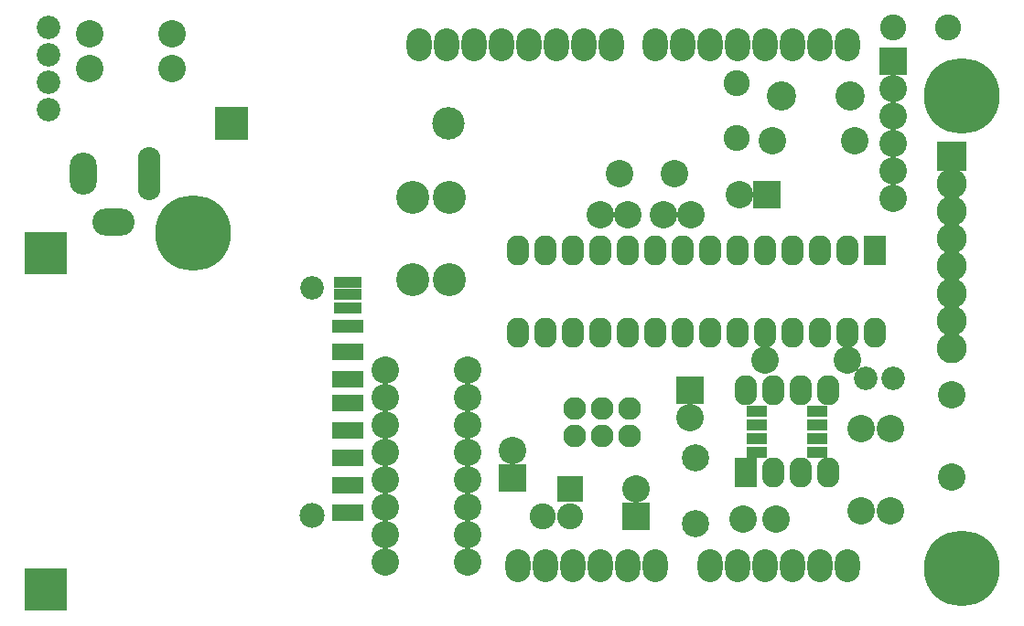
<source format=gts>
G04 #@! TF.FileFunction,Soldermask,Top*
%FSLAX46Y46*%
G04 Gerber Fmt 4.6, Leading zero omitted, Abs format (unit mm)*
G04 Created by KiCad (PCBNEW 4.0.5) date 12/30/18 13:58:42*
%MOMM*%
%LPD*%
G01*
G04 APERTURE LIST*
%ADD10C,0.150000*%
%ADD11R,2.908300X1.508760*%
%ADD12R,2.908300X1.308100*%
%ADD13R,2.598420X0.998220*%
%ADD14C,2.184400*%
%ADD15C,2.308860*%
%ADD16R,4.008120X4.008120*%
%ADD17C,2.540000*%
%ADD18C,2.108200*%
%ADD19O,2.108200X4.907280*%
%ADD20O,2.506980X3.909060*%
%ADD21O,3.909060X2.506980*%
%ADD22C,7.007860*%
%ADD23R,2.506980X2.506980*%
%ADD24C,2.707640*%
%ADD25C,2.506980*%
%ADD26C,3.048000*%
%ADD27R,3.007360X3.007360*%
%ADD28C,3.007360*%
%ADD29R,2.082800X2.794000*%
%ADD30O,2.082800X2.794000*%
%ADD31C,2.413000*%
%ADD32R,2.413000X2.413000*%
%ADD33R,2.794000X2.794000*%
%ADD34C,2.794000*%
%ADD35R,2.540000X2.540000*%
%ADD36R,1.907540X1.107440*%
%ADD37O,2.308860X3.048000*%
G04 APERTURE END LIST*
D10*
D11*
X32766000Y14097000D03*
X32766000Y16637000D03*
X32766000Y19177000D03*
X32766000Y21717000D03*
X32766000Y23876000D03*
X32766000Y26416000D03*
D12*
X32766000Y28829000D03*
D13*
X32766000Y30480000D03*
D11*
X32766000Y11557000D03*
D13*
X32766000Y31750000D03*
D14*
X29464000Y32385000D03*
D15*
X29464000Y11303000D03*
D13*
X32766000Y32893000D03*
D16*
X4826000Y35560000D03*
X4826000Y4445000D03*
D17*
X58674000Y39116000D03*
X56134000Y39116000D03*
D18*
X58801000Y18669000D03*
X58801000Y21209000D03*
X56261000Y18669000D03*
X56261000Y21209000D03*
X53721000Y18669000D03*
X53721000Y21209000D03*
D14*
X5080000Y56515000D03*
X5080000Y53975000D03*
X5080000Y48895000D03*
X5080000Y51435000D03*
D19*
X14351000Y42926000D03*
D20*
X8255000Y42926000D03*
D21*
X11049000Y38481000D03*
D22*
X89535000Y6350000D03*
D23*
X83185000Y53340000D03*
D17*
X83185000Y50800000D03*
X83185000Y48260000D03*
X83185000Y45720000D03*
X83185000Y43180000D03*
X83185000Y40640000D03*
D24*
X72898000Y50165000D03*
X79248000Y50165000D03*
D25*
X64897000Y10541000D03*
X64897000Y16637000D03*
D26*
X42164000Y33147000D03*
X42164000Y40767000D03*
D17*
X72390000Y10922000D03*
X69342000Y10922000D03*
D27*
X21971000Y47625000D03*
D28*
X42037000Y47625000D03*
D29*
X69596000Y15240000D03*
D30*
X72136000Y15240000D03*
X74676000Y15240000D03*
X77216000Y15240000D03*
X77216000Y22860000D03*
X74676000Y22860000D03*
X72136000Y22860000D03*
X69596000Y22860000D03*
D17*
X62992000Y42926000D03*
X57912000Y42926000D03*
D31*
X53340000Y11176000D03*
D32*
X53340000Y13716000D03*
D31*
X50800000Y11176000D03*
D33*
X88646000Y44577000D03*
D34*
X88646000Y42037000D03*
X88646000Y39497000D03*
X88646000Y36957000D03*
X88646000Y34417000D03*
X88646000Y31877000D03*
X88646000Y29337000D03*
X88646000Y26797000D03*
D17*
X43815000Y12065000D03*
X36195000Y12065000D03*
X82931000Y11684000D03*
X82931000Y19304000D03*
X80264000Y11684000D03*
X80264000Y19304000D03*
X72009000Y45974000D03*
X79629000Y45974000D03*
X16510000Y52705000D03*
X8890000Y52705000D03*
X36195000Y6985000D03*
X43815000Y6985000D03*
X78994000Y25654000D03*
X71374000Y25654000D03*
X43815000Y9525000D03*
X36195000Y9525000D03*
X43815000Y19685000D03*
X36195000Y19685000D03*
X36195000Y17145000D03*
X43815000Y17145000D03*
X36195000Y22225000D03*
X43815000Y22225000D03*
X88646000Y14859000D03*
X88646000Y22479000D03*
X16510000Y55880000D03*
X8890000Y55880000D03*
X36195000Y14605000D03*
X43815000Y14605000D03*
D35*
X71501000Y41021000D03*
D17*
X68961000Y41021000D03*
D35*
X64389000Y22860000D03*
D17*
X64389000Y20320000D03*
D35*
X48006000Y14732000D03*
D17*
X48006000Y17272000D03*
D35*
X59436000Y11176000D03*
D17*
X59436000Y13716000D03*
D31*
X68707000Y46228000D03*
X68707000Y51308000D03*
X83185000Y56515000D03*
X88265000Y56515000D03*
D14*
X83185000Y24003000D03*
X80645000Y24003000D03*
D30*
X78994000Y35814000D03*
X76454000Y35814000D03*
X73914000Y35814000D03*
X71374000Y35814000D03*
X68834000Y35814000D03*
X66294000Y35814000D03*
X63754000Y35814000D03*
X61214000Y35814000D03*
X58674000Y35814000D03*
X56134000Y35814000D03*
X53594000Y35814000D03*
X51054000Y35814000D03*
X48514000Y35814000D03*
D29*
X81534000Y35814000D03*
D30*
X48514000Y28194000D03*
X51054000Y28194000D03*
X53594000Y28194000D03*
X56134000Y28194000D03*
X58674000Y28194000D03*
X61214000Y28194000D03*
X63754000Y28194000D03*
X66294000Y28194000D03*
X68834000Y28194000D03*
X71374000Y28194000D03*
X73914000Y28194000D03*
X76454000Y28194000D03*
X78994000Y28194000D03*
X81534000Y28194000D03*
D17*
X36195000Y24765000D03*
X43815000Y24765000D03*
D26*
X38735000Y40767000D03*
X38735000Y33147000D03*
D22*
X89535000Y50165000D03*
X18415000Y37465000D03*
D17*
X61976000Y39116000D03*
X64516000Y39116000D03*
D36*
X76206000Y20955000D03*
X70606000Y20955000D03*
X76206000Y19685000D03*
X76206000Y18415000D03*
X76206000Y17145000D03*
X70606000Y19685000D03*
X70606000Y18415000D03*
X70606000Y17145000D03*
D37*
X78994000Y6604000D03*
X76454000Y6604000D03*
X73914000Y6604000D03*
X66294000Y6604000D03*
X68834000Y6604000D03*
X71374000Y6604000D03*
X61214000Y6604000D03*
X58674000Y6604000D03*
X56134000Y6604000D03*
X51054000Y6604000D03*
X48514000Y6604000D03*
X78994000Y54864000D03*
X76454000Y54864000D03*
X73914000Y54864000D03*
X71374000Y54864000D03*
X68834000Y54864000D03*
X66294000Y54864000D03*
X63754000Y54864000D03*
X61214000Y54864000D03*
X57150000Y54864000D03*
X54610000Y54864000D03*
X52070000Y54864000D03*
X49530000Y54864000D03*
X46990000Y54864000D03*
X44450000Y54864000D03*
X41910000Y54864000D03*
X39370000Y54864000D03*
X53594000Y6604000D03*
M02*

</source>
